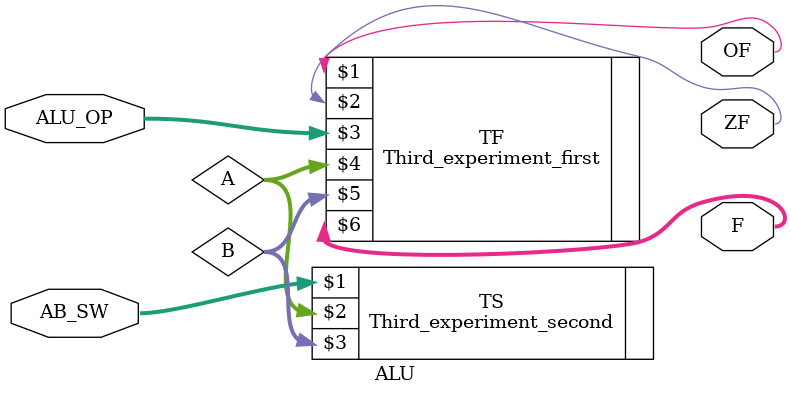
<source format=v>
`timescale 1ns / 1ps
module ALU(AB_SW,ALU_OP,F,OF,ZF);
input[2:0]AB_SW,ALU_OP;
wire [31:0]A,B;
output [31:0]F;
output ZF,OF;
Third_experiment_second TS(AB_SW,A,B);
Third_experiment_first TF(OF,ZF,ALU_OP,A,B,F);
endmodule

</source>
